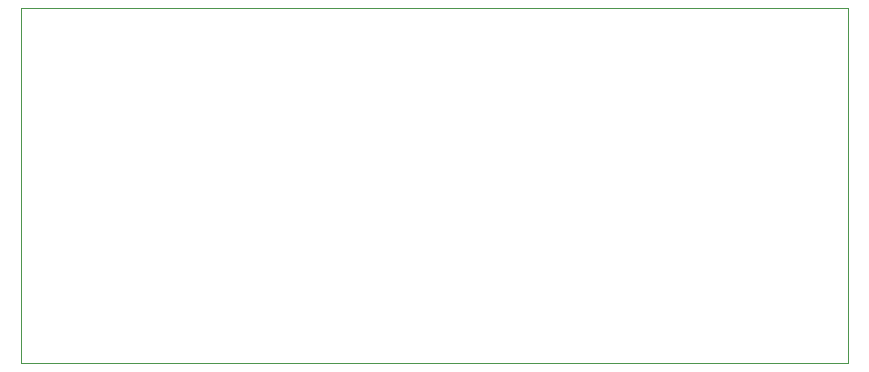
<source format=gbr>
%TF.GenerationSoftware,KiCad,Pcbnew,8.0.4*%
%TF.CreationDate,2024-08-22T00:59:55+02:00*%
%TF.ProjectId,feed-selector-v2,66656564-2d73-4656-9c65-63746f722d76,rev?*%
%TF.SameCoordinates,Original*%
%TF.FileFunction,Profile,NP*%
%FSLAX46Y46*%
G04 Gerber Fmt 4.6, Leading zero omitted, Abs format (unit mm)*
G04 Created by KiCad (PCBNEW 8.0.4) date 2024-08-22 00:59:55*
%MOMM*%
%LPD*%
G01*
G04 APERTURE LIST*
%TA.AperFunction,Profile*%
%ADD10C,0.050000*%
%TD*%
G04 APERTURE END LIST*
D10*
X25500000Y-40500000D02*
X95500000Y-40500000D01*
X95500000Y-70500000D01*
X25500000Y-70500000D01*
X25500000Y-40500000D01*
M02*

</source>
